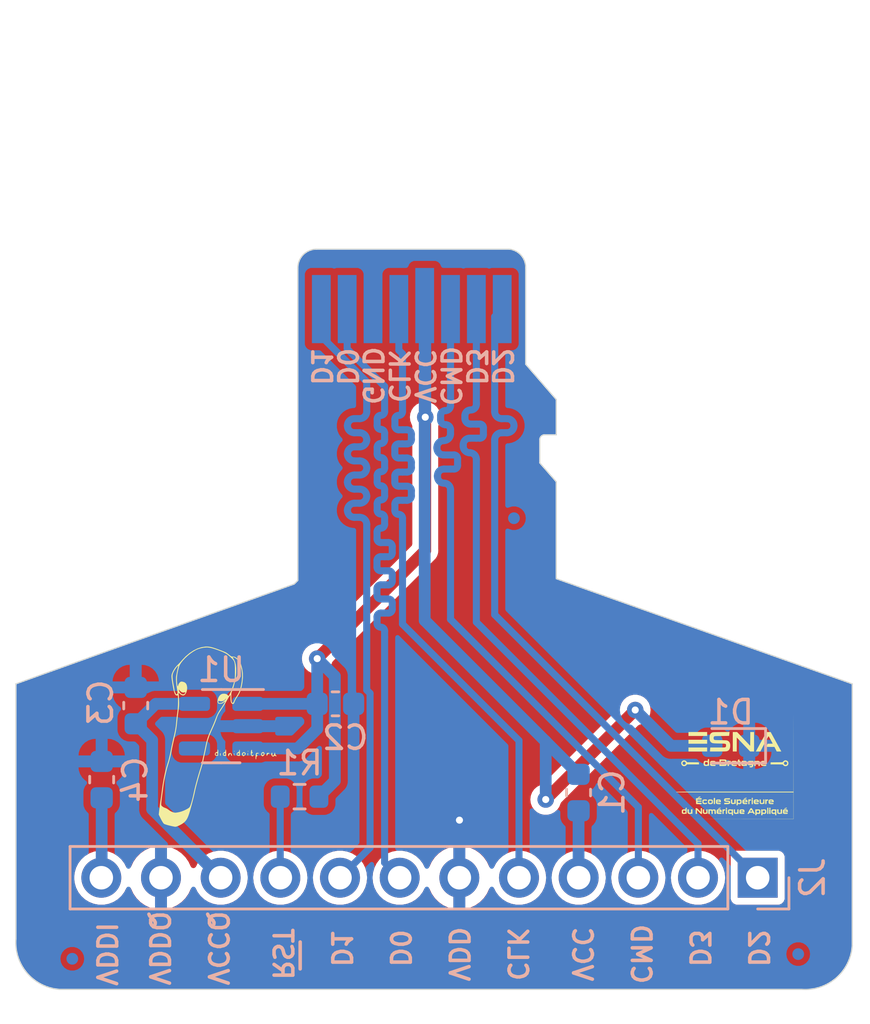
<source format=kicad_pcb>
(kicad_pcb (version 20221018) (generator pcbnew)
  (layers (0 "F.Cu" power) (31 "B.Cu" signal) (34 "B.Paste" user) (35 "F.Paste" user) (36 "B.SilkS" user "B.Silkscreen") (37 "F.SilkS" user "F.Silkscreen") (38 "B.Mask" user) (39 "F.Mask" user) (44 "Edge.Cuts" user))
  (net 0 "")
  (net 1 "GND")
  (net 2 "/VDDI")
  (net 3 "/VCC")
  (net 4 "/CMD")
  (net 5 "/DAT3")
  (net 6 "/CLK")
  (net 7 "/DAT0")
  (net 8 "/DAT1")
  (net 9 "/DAT2")
  (net 10 "/VCCQ")
  (net 11 "/!RST")
  (net 12 "Net-(J2-Pin_4)")
  (footprint "LOGO" (layer "F.Cu") (at 110 71.75)
    (fp_text reference "G***" hide)
    (fp_text value "LOGO" hide)
  )
  (footprint "LOGO" (layer "F.Cu") (at 132 72.75)
    (fp_text reference "G***" hide)
    (fp_text value "LOGO" hide)
  )
  (footprint "Fiducial:Fiducial_0.5mm_Mask1mm" (layer "B.Cu") (at 134.7 81)
    (fp_text reference "FID1" hide)
    (fp_text value "Fiducial")
    (pad "" smd circle (at 0 0) (size 0.5 0.5) (layers "B.Cu" "B.Mask") (clearance 0.25))
  )
  (footprint "Fiducial:Fiducial_0.5mm_Mask1mm" (layer "B.Cu") (at 103.8 81.2)
    (fp_text reference "FID2" hide)
    (fp_text value "Fiducial")
    (pad "" smd circle (at 0 0) (size 0.5 0.5) (layers "B.Cu" "B.Mask") (clearance 0.25))
  )
  (footprint "Fiducial:Fiducial_0.5mm_Mask1mm" (layer "B.Cu") (at 122.6 62.45)
    (fp_text reference "FID3" hide)
    (fp_text value "Fiducial")
    (pad "" smd circle (at 0 0) (size 0.5 0.5) (layers "B.Cu" "B.Mask") (clearance 0.25))
  )
  (footprint "Voltlog:microSD_card" (layer "B.Cu") (at 118.25 59.75 180)
    (fp_text reference "J1" hide)
    (fp_text value "Micro_SD_Card")
    (pad "1" smd rect (at -3.85 6.2 180) (size 0.8 2.9) (layers "B.Cu" "B.Mask") (net 9 "/DAT2"))
    (pad "2" smd rect (at -2.75 6.2 180) (size 0.8 2.9) (layers "B.Cu" "B.Mask") (net 5 "/DAT3"))
    (pad "3" smd rect (at -1.65 6.2 180) (size 0.8 2.9) (layers "B.Cu" "B.Mask") (net 4 "/CMD"))
    (pad "4" smd rect (at -0.55 6.35 180) (size 0.8 3.2) (layers "B.Cu" "B.Mask") (net 3 "/VCC"))
    (pad "5" smd rect (at 0.55 6.2 180) (size 0.8 2.9) (layers "B.Cu" "B.Mask") (net 6 "/CLK"))
    (pad "6" smd rect (at 1.65 6.35 180) (size 0.8 3.2) (layers "B.Cu" "B.Mask") (net 1 "GND"))
    (pad "7" smd rect (at 2.75 6.2 180) (size 0.8 2.9) (layers "B.Cu" "B.Mask") (net 7 "/DAT0"))
    (pad "8" smd rect (at 3.85 6.2 180) (size 0.8 2.9) (layers "B.Cu" "B.Mask") (net 8 "/DAT1"))
  )
  (footprint "Connector_PinHeader_2.54mm:PinHeader_1x12_P2.54mm_Vertical" (layer "B.Cu") (at 132.975 77.75 90)
    (fp_text reference "J2" (at 0 2.33 90) (layer "B.SilkS") (effects (justify mirror)))
    (fp_text value "Conn_01x12_Pin")
    (pad "1" thru_hole rect (at 0 0 90) (size 1.7 1.7) (drill 1) (layers "*.Cu" "*.Mask") (net 9 "/DAT2"))
    (pad "2" thru_hole oval (at 0 -2.54 90) (size 1.7 1.7) (drill 1) (layers "*.Cu" "*.Mask") (net 5 "/DAT3"))
    (pad "3" thru_hole oval (at 0 -5.08 90) (size 1.7 1.7) (drill 1) (layers "*.Cu" "*.Mask") (net 4 "/CMD"))
    (pad "4" thru_hole oval (at 0 -7.62 90) (size 1.7 1.7) (drill 1) (layers "*.Cu" "*.Mask") (net 12 "Net-(J2-Pin_4)"))
    (pad "5" thru_hole oval (at 0 -10.16 90) (size 1.7 1.7) (drill 1) (layers "*.Cu" "*.Mask") (net 6 "/CLK"))
    (pad "6" thru_hole oval (at 0 -12.7 90) (size 1.7 1.7) (drill 1) (layers "*.Cu" "*.Mask") (net 1 "GND"))
    (pad "7" thru_hole oval (at 0 -15.24 90) (size 1.7 1.7) (drill 1) (layers "*.Cu" "*.Mask") (net 7 "/DAT0"))
    (pad "8" thru_hole oval (at 0 -17.78 90) (size 1.7 1.7) (drill 1) (layers "*.Cu" "*.Mask") (net 8 "/DAT1"))
    (pad "9" thru_hole oval (at 0 -20.32 90) (size 1.7 1.7) (drill 1) (layers "*.Cu" "*.Mask") (net 11 "/!RST"))
    (pad "10" thru_hole oval (at 0 -22.86 90) (size 1.7 1.7) (drill 1) (layers "*.Cu" "*.Mask") (net 10 "/VCCQ"))
    (pad "11" thru_hole oval (at 0 -25.4 90) (size 1.7 1.7) (drill 1) (layers "*.Cu" "*.Mask") (net 1 "GND"))
    (pad "12" thru_hole oval (at 0 -27.94 90) (size 1.7 1.7) (drill 1) (layers "*.Cu" "*.Mask") (net 2 "/VDDI"))
  )
  (footprint "Capacitor_SMD:C_0603_1608Metric" (layer "B.Cu") (at 125.35 74.125 90)
    (fp_text reference "C1" (at 0 1.43 90) (layer "B.SilkS") (effects (justify mirror)))
    (fp_text value "10uF")
    (pad "1" smd roundrect (at -0.775 0 90) (size 0.9 0.95) (layers "B.Cu" "B.Paste" "B.Mask") (net 12 "Net-(J2-Pin_4)"))
    (pad "2" smd roundrect (at 0.775 0 90) (size 0.9 0.95) (layers "B.Cu" "B.Paste" "B.Mask") (net 3 "/VCC"))
  )
  (footprint "Resistor_SMD:R_0603_1608Metric" (layer "B.Cu") (at 113.475 74.3 180)
    (fp_text reference "R1" (at 0 1.43) (layer "B.SilkS") (effects (justify mirror)))
    (fp_text value "10k")
    (pad "1" smd roundrect (at -0.825 0 180) (size 0.8 0.95) (layers "B.Cu" "B.Paste" "B.Mask") (net 3 "/VCC"))
    (pad "2" smd roundrect (at 0.825 0 180) (size 0.8 0.95) (layers "B.Cu" "B.Paste" "B.Mask") (net 11 "/!RST"))
  )
  (footprint "Capacitor_SMD:C_0603_1608Metric" (layer "B.Cu") (at 115 70.35)
    (fp_text reference "C2" (at 0.42 1.44) (layer "B.SilkS") (effects (justify mirror)))
    (fp_text value "1uF")
    (pad "1" smd roundrect (at -0.775 0) (size 0.9 0.95) (layers "B.Cu" "B.Paste" "B.Mask") (net 3 "/VCC"))
    (pad "2" smd roundrect (at 0.775 0) (size 0.9 0.95) (layers "B.Cu" "B.Paste" "B.Mask") (net 1 "GND"))
  )
  (footprint "LED_SMD:LED_0603_1608Metric" (layer "B.Cu") (at 131.826 72.136 180)
    (fp_text reference "D1" (at 0 1.43) (layer "B.SilkS") (effects (justify mirror)))
    (fp_text value "Red LED")
    (pad "1" smd roundrect (at -0.7875 0 180) (size 0.875 0.95) (layers "B.Cu" "B.Paste" "B.Mask") (net 1 "GND"))
    (pad "2" smd roundrect (at 0.7875 0 180) (size 0.875 0.95) (layers "B.Cu" "B.Paste" "B.Mask") (net 3 "/VCC"))
  )
  (footprint "Capacitor_SMD:C_0603_1608Metric" (layer "B.Cu") (at 106.5 70.425 90)
    (fp_text reference "C3" (at 0.125 -1.49 90) (layer "B.SilkS") (effects (justify mirror)))
    (fp_text value "1uF")
    (pad "1" smd roundrect (at -0.775 0 90) (size 0.9 0.95) (layers "B.Cu" "B.Paste" "B.Mask") (net 10 "/VCCQ"))
    (pad "2" smd roundrect (at 0.775 0 90) (size 0.9 0.95) (layers "B.Cu" "B.Paste" "B.Mask") (net 1 "GND"))
  )
  (footprint "Capacitor_SMD:C_0603_1608Metric" (layer "B.Cu") (at 105.05 73.575 90)
    (fp_text reference "C4" (at 0 1.43 90) (layer "B.SilkS") (effects (justify mirror)))
    (fp_text value "1uF")
    (pad "1" smd roundrect (at -0.775 0 90) (size 0.9 0.95) (layers "B.Cu" "B.Paste" "B.Mask") (net 2 "/VDDI"))
    (pad "2" smd roundrect (at 0.775 0 90) (size 0.9 0.95) (layers "B.Cu" "B.Paste" "B.Mask") (net 1 "GND"))
  )
  (footprint "Package_TO_SOT_SMD:SOT-23-5" (layer "B.Cu") (at 110.1375 71.3 180)
    (fp_text reference "U1" (at 0 2.4) (layer "B.SilkS") (effects (justify mirror)))
    (fp_text value "TLV70218_SOT23-5")
    (pad "1" smd roundrect (at -1.1375 0.95 180) (size 1.325 0.6) (layers "B.Cu" "B.Paste" "B.Mask") (net 3 "/VCC"))
    (pad "2" smd roundrect (at -1.1375 0 180) (size 1.325 0.6) (layers "B.Cu" "B.Paste" "B.Mask") (net 1 "GND"))
    (pad "3" smd roundrect (at -1.1375 -0.95 180) (size 1.325 0.6) (layers "B.Cu" "B.Paste" "B.Mask") (net 3 "/VCC"))
    (pad "4" smd roundrect (at 1.1375 -0.95 180) (size 1.325 0.6) (layers "B.Cu" "B.Paste" "B.Mask"))
    (pad "5" smd roundrect (at 1.1375 0.95 180) (size 1.325 0.6) (layers "B.Cu" "B.Paste" "B.Mask") (net 10 "/VCCQ"))
  )
  (gr_arc (start 103.25 82.5) (mid 101.879721 81.808148) (end 101.4 80.350002) (stroke (width 0.05)) (layer "Edge.Cuts"))
  (gr_line (start 137 80.649999) (end 137.000001 69.5) (stroke (width 0.05)) (layer "Edge.Cuts"))
  (gr_line (start 137.000001 69.5) (end 124.4 65.024) (stroke (width 0.05)) (layer "Edge.Cuts"))
  (gr_line (start 113.4 65.1) (end 113.25 65.25) (stroke (width 0.05)) (layer "Edge.Cuts"))
  (gr_arc (start 122.399512 50.999795) (mid 122.905386 51.263661) (end 123.1 51.8) (stroke (width 0.05)) (layer "Edge.Cuts"))
  (gr_line (start 124.4 58.9) (end 124.4 57.4) (stroke (width 0.05)) (layer "Edge.Cuts"))
  (gr_line (start 101.4 80.350002) (end 101.4 69.5) (stroke (width 0.05)) (layer "Edge.Cuts"))
  (gr_line (start 113.40011 51.813269) (end 113.4 65.1) (stroke (width 0.05)) (layer "Edge.Cuts"))
  (gr_line (start 124.4 58.9) (end 123.9 58.9) (stroke (width 0.05)) (layer "Edge.Cuts"))
  (gr_arc (start 113.40011 51.813269) (mid 113.629643 51.239025) (end 114.2 51) (stroke (width 0.05)) (layer "Edge.Cuts"))
  (gr_line (start 124.4 60.9) (end 123.7 60.1) (stroke (width 0.05)) (layer "Edge.Cuts"))
  (gr_line (start 124.4 57.4) (end 123.1 55.9) (stroke (width 0.05)) (layer "Edge.Cuts"))
  (gr_line (start 124.4 65.024) (end 124.4 60.9) (stroke (width 0.05)) (layer "Edge.Cuts"))
  (gr_arc (start 123.7 59.1) (mid 123.758579 58.958579) (end 123.9 58.9) (stroke (width 0.05)) (layer "Edge.Cuts"))
  (gr_arc (start 137 80.649999) (mid 136.308149 82.020278) (end 134.850002 82.499999) (stroke (width 0.05)) (layer "Edge.Cuts"))
  (gr_line (start 114.2 51) (end 122.399489 51) (stroke (width 0.05)) (layer "Edge.Cuts"))
  (gr_line (start 134.850002 82.499999) (end 103.25 82.5) (stroke (width 0.05)) (layer "Edge.Cuts"))
  (gr_line (start 123.7 60.1) (end 123.7 59.1) (stroke (width 0.05)) (layer "Edge.Cuts"))
  (gr_line (start 101.4 69.5) (end 113.25 65.25) (stroke (width 0.05)) (layer "Edge.Cuts"))
  (gr_line (start 123.1 55.9) (end 123.1 51.8) (stroke (width 0.05)) (layer "Edge.Cuts"))
  (gr_text "D3" (at 121 56 270) (layer "B.SilkS") (effects (font (size 0.8 0.8)) (justify mirror)))
  (gr_text "CMD" (at 119.9 56.4 270) (layer "B.SilkS") (effects (font (size 0.8 0.8)) (justify mirror)))
  (gr_text "VCC" (at 118.8 56.4 270) (layer "B.SilkS") (effects (font (size 0.8 0.8)) (justify mirror)))
  (gr_text "CLK" (at 117.7 56.4 270) (layer "B.SilkS") (effects (font (size 0.8 0.8)) (justify mirror)))
  (gr_text "GND" (at 116.586 56.388 270) (layer "B.SilkS") (effects (font (size 0.8 0.8)) (justify mirror)))
  (gr_text "D0" (at 115.5 56 270) (layer "B.SilkS") (effects (font (size 0.8 0.8)) (justify mirror)))
  (gr_text "D1" (at 114.4 56 270) (layer "B.SilkS") (effects (font (size 0.8 0.8)) (justify mirror)))
  (gr_text "D2" (at 122.1 56 270) (layer "B.SilkS") (effects (font (size 0.8 0.8)) (justify mirror)))
  (gr_text "D0" (at 117.75 80.75 270) (layer "B.SilkS") (effects (font (size 0.8 0.8)) (justify mirror)))
  (gr_text "VDDI" (at 105.25 81 270) (layer "B.SilkS") (effects (font (size 0.8 0.8)) (justify mirror)))
  (gr_text "|" (at 113.5 81) (layer "B.SilkS") (effects (font (size 0.8 0.8)) (justify mirror)))
  (gr_text "VCC" (at 125.5 81 270) (layer "B.SilkS") (effects (font (size 0.8 0.8)) (justify mirror)))
  (gr_text "CLK" (at 122.75 81 270) (layer "B.SilkS") (effects (font (size 0.8 0.8)) (justify mirror)))
  (gr_text "VDD" (at 120.25 81 270) (layer "B.SilkS") (effects (font (size 0.8 0.8)) (justify mirror)))
  (gr_text "VCCQ" (at 110 80.75 270) (layer "B.SilkS") (effects (font (size 0.8 0.8)) (justify mirror)))
  (gr_text "RST" (at 112.75 81 270) (layer "B.SilkS") (effects (font (size 0.8 0.8)) (justify mirror)))
  (gr_text "D3" (at 130.5 80.75 270) (layer "B.SilkS") (effects (font (size 0.8 0.8)) (justify mirror)))
  (gr_text "D2" (at 133 80.75 270) (layer "B.SilkS") (effects (font (size 0.8 0.8)) (justify mirror)))
  (gr_text "VDDQ" (at 107.5 80.75 270) (layer "B.SilkS") (effects (font (size 0.8 0.8)) (justify mirror)))
  (gr_text "D1" (at 115.25 80.75 270) (layer "B.SilkS") (effects (font (size 0.8 0.8)) (justify mirror)))
  (gr_text "CMD" (at 128 81 270) (layer "B.SilkS") (effects (font (size 0.8 0.8)) (justify mirror)))
  (via (at 120.28 75.3) (size 0.7) (drill 0.3) (layers "F.Cu" "B.Cu") (net 1))
  (segment (start 120.275 75.305) (end 120.28 75.3) (width 0.3) (layer "B.Cu") (net 1))
  (segment (start 120.275 77.75) (end 120.275 75.305) (width 0.3) (layer "B.Cu") (net 1))
  (segment (start 105.05 74.35) (end 105.05 77.735) (width 0.5) (layer "B.Cu") (net 2))
  (segment (start 105.05 78.185) (end 105.035 78.2) (width 0.5) (layer "B.Cu") (net 2))
  (segment (start 123.952 74.422) (end 127.762 70.612) (width 0.5) (layer "F.Cu") (net 3))
  (segment (start 118.825 63.825) (end 118.825 58.15) (width 0.5) (layer "F.Cu") (net 3))
  (segment (start 114.225 68.425) (end 118.825 63.825) (width 0.5) (layer "F.Cu") (net 3))
  (via (at 118.825 58.15) (size 0.7) (drill 0.3) (layers "F.Cu" "B.Cu") (net 3))
  (via (at 123.952 74.422) (size 0.7) (drill 0.3) (layers "F.Cu" "B.Cu") (net 3))
  (via (at 114.225 68.425) (size 0.7) (drill 0.3) (layers "F.Cu" "B.Cu") (net 3))
  (via (at 127.762 70.612) (size 0.7) (drill 0.3) (layers "F.Cu" "B.Cu") (net 3))
  (segment (start 112.8 72.25) (end 113.38995 72.25) (width 0.5) (layer "B.Cu") (net 3))
  (segment (start 118.825 53.425) (end 118.8 53.4) (width 0.5) (layer "B.Cu") (net 3))
  (segment (start 114.225 70.35) (end 114.225 68.425) (width 0.5) (layer "B.Cu") (net 3))
  (segment (start 114.225 70.35) (end 111.65 70.35) (width 0.5) (layer "B.Cu") (net 3))
  (segment (start 129.286 72.136) (end 127.762 70.612) (width 0.5) (layer "B.Cu") (net 3))
  (segment (start 114.975 73.625) (end 114.3 74.3) (width 0.5) (layer "B.Cu") (net 3))
  (segment (start 125.35 73.35) (end 123.917 71.917) (width 0.5) (layer "B.Cu") (net 3))
  (segment (start 123.952 71.952) (end 123.952 74.422) (width 0.5) (layer "B.Cu") (net 3))
  (segment (start 114.225 68.425) (end 114.975 69.175) (width 0.5) (layer "B.Cu") (net 3))
  (segment (start 118.8 66.8) (end 118.8 53.4) (width 0.5) (layer "B.Cu") (net 3))
  (segment (start 114.225 71.41495) (end 113.38995 72.25) (width 0.5) (layer "B.Cu") (net 3))
  (segment (start 123.917 71.917) (end 123.952 71.952) (width 0.5) (layer "B.Cu") (net 3))
  (segment (start 123.917 71.917) (end 118.8 66.8) (width 0.5) (layer "B.Cu") (net 3))
  (segment (start 114.975 69.175) (end 114.975 73.625) (width 0.5) (layer "B.Cu") (net 3))
  (segment (start 114.225 70.35) (end 114.225 71.41495) (width 0.5) (layer "B.Cu") (net 3))
  (segment (start 111.65 72.25) (end 112.8 72.25) (width 0.5) (layer "B.Cu") (net 3))
  (segment (start 131.0385 72.136) (end 129.286 72.136) (width 0.5) (layer "B.Cu") (net 3))
  (segment (start 118.825 58.15) (end 118.825 53.425) (width 0.5) (layer "B.Cu") (net 3))
  (segment (start 119.477151 58.080848) (end 119.477151 58.258) (width 0.3) (layer "B.Cu") (net 4))
  (segment (start 119.9 53.55) (end 119.9 57.658) (width 0.3) (layer "B.Cu") (net 4))
  (segment (start 119.611425 59.758) (end 119.611426 59.758) (width 0.3) (layer "B.Cu") (net 4))
  (segment (start 119.9 66.753249) (end 127.895 74.748249) (width 0.3) (layer "B.Cu") (net 4))
  (segment (start 120.2 59.908) (end 120.2 60.208) (width 0.3) (layer "B.Cu") (net 4))
  (segment (start 119.345704 60.635148) (end 119.345704 60.680852) (width 0.3) (layer "B.Cu") (net 4))
  (segment (start 119.9 61.235148) (end 119.9 61.258) (width 0.3) (layer "B.Cu") (net 4))
  (segment (start 119.9 61.258) (end 119.9 66.753249) (width 0.3) (layer "B.Cu") (net 4))
  (segment (start 119.611426 59.758) (end 120.05 59.758) (width 0.3) (layer "B.Cu") (net 4))
  (segment (start 119.688575 58.469424) (end 119.688576 58.469424) (width 0.3) (layer "B.Cu") (net 4))
  (segment (start 119.611426 59.146574) (end 119.611425 59.146574) (width 0.3) (layer "B.Cu") (net 4))
  (segment (start 119.322851 59.435148) (end 119.322851 59.469426) (width 0.3) (layer "B.Cu") (net 4))
  (segment (start 119.9 60.358) (end 119.622852 60.358) (width 0.3) (layer "B.Cu") (net 4))
  (segment (start 127.895 74.748249) (end 127.895 77.75) (width 0.3) (layer "B.Cu") (net 4))
  (segment (start 119.688576 57.869424) (end 119.688575 57.869424) (width 0.3) (layer "B.Cu") (net 4))
  (segment (start 119.9 58.680848) (end 119.9 58.858) (width 0.3) (layer "B.Cu") (net 4))
  (segment (start 120.05 60.358) (end 119.9 60.358) (width 0.3) (layer "B.Cu") (net 4))
  (arc (start 119.345704 60.680852) (mid 119.426879 60.876825) (end 119.622852 60.958) (width 0.3) (layer "B.Cu") (net 4))
  (arc (start 119.622852 60.958) (mid 119.818825 61.039175) (end 119.9 61.235148) (width 0.3) (layer "B.Cu") (net 4))
  (arc (start 119.9 57.658) (mid 119.838075 57.807499) (end 119.688576 57.869424) (width 0.3) (layer "B.Cu") (net 4))
  (arc (start 119.622852 60.358) (mid 119.426879 60.439175) (end 119.345704 60.635148) (width 0.3) (layer "B.Cu") (net 4))
  (arc (start 120.05 59.758) (mid 120.156066 59.801934) (end 120.2 59.908) (width 0.3) (layer "B.Cu") (net 4))
  (arc (start 119.611425 59.146574) (mid 119.407372 59.231095) (end 119.322851 59.435148) (width 0.3) (layer "B.Cu") (net 4))
  (arc (start 119.477151 58.258) (mid 119.539076 58.407499) (end 119.688575 58.469424) (width 0.3) (layer "B.Cu") (net 4))
  (arc (start 119.688576 58.469424) (mid 119.838075 58.531349) (end 119.9 58.680848) (width 0.3) (layer "B.Cu") (net 4))
  (arc (start 119.688575 57.869424) (mid 119.539076 57.931349) (end 119.477151 58.080848) (width 0.3) (layer "B.Cu") (net 4))
  (arc (start 119.322851 59.469426) (mid 119.407372 59.673479) (end 119.611425 59.758) (width 0.3) (layer "B.Cu") (net 4))
  (arc (start 119.9 58.858) (mid 119.815479 59.062053) (end 119.611426 59.146574) (width 0.3) (layer "B.Cu") (net 4))
  (arc (start 120.2 60.208) (mid 120.156066 60.314066) (end 120.05 60.358) (width 0.3) (layer "B.Cu") (net 4))
  (segment (start 121 57.600092) (end 121 57.544) (width 0.3) (layer "B.Cu") (net 5))
  (segment (start 121 59.044) (end 121.15 59.044) (width 0.3) (layer "B.Cu") (net 5))
  (segment (start 120.512184 58.200092) (end 120.512184 58.087908) (width 0.3) (layer "B.Cu") (net 5))
  (segment (start 121.15 58.444) (end 121 58.444) (width 0.3) (layer "B.Cu") (net 5))
  (segment (start 121 57.544) (end 121 53.55) (width 0.3) (layer "B.Cu") (net 5))
  (segment (start 121 66.87) (end 121 59.944) (width 0.3) (layer "B.Cu") (net 5))
  (segment (start 121 58.444) (end 120.756092 58.444) (width 0.3) (layer "B.Cu") (net 5))
  (segment (start 130.435 76.305) (end 121 66.87) (width 0.3) (layer "B.Cu") (net 5))
  (segment (start 120.44026 59.38426) (end 120.44026 59.32387) (width 0.3) (layer "B.Cu") (net 5))
  (segment (start 130.435 77.75) (end 130.435 76.305) (width 0.3) (layer "B.Cu") (net 5))
  (segment (start 120.72013 59.044) (end 121 59.044) (width 0.3) (layer "B.Cu") (net 5))
  (segment (start 121.3 58.894) (end 121.3 58.594) (width 0.3) (layer "B.Cu") (net 5))
  (arc (start 121.15 59.044) (mid 121.256066 59.000066) (end 121.3 58.894) (width 0.3) (layer "B.Cu") (net 5))
  (arc (start 120.756092 57.844) (mid 120.928561 57.772561) (end 121 57.600092) (width 0.3) (layer "B.Cu") (net 5))
  (arc (start 121 59.944) (mid 120.918028 59.746102) (end 120.72013 59.66413) (width 0.3) (layer "B.Cu") (net 5))
  (arc (start 120.756092 58.444) (mid 120.583623 58.372561) (end 120.512184 58.200092) (width 0.3) (layer "B.Cu") (net 5))
  (arc (start 120.44026 59.32387) (mid 120.522232 59.125972) (end 120.72013 59.044) (width 0.3) (layer "B.Cu") (net 5))
  (arc (start 121.3 58.594) (mid 121.256066 58.487934) (end 121.15 58.444) (width 0.3) (layer "B.Cu") (net 5))
  (arc (start 120.72013 59.66413) (mid 120.522232 59.582158) (end 120.44026 59.38426) (width 0.3) (layer "B.Cu") (net 5))
  (arc (start 120.512184 58.087908) (mid 120.583623 57.915439) (end 120.756092 57.844) (width 0.3) (layer "B.Cu") (net 5))
  (segment (start 117.528976 59.450512) (end 117.528976 59.723488) (width 0.3) (layer "B.Cu") (net 6))
  (segment (start 117.692488 61.087) (end 117.856 61.087) (width 0.3) (layer "B.Cu") (net 6))
  (segment (start 117.856 59.287) (end 117.692488 59.287) (width 0.3) (layer "B.Cu") (net 6))
  (segment (start 118.044512 59.287) (end 117.856 59.287) (width 0.3) (layer "B.Cu") (net 6))
  (segment (start 117.7 53.55) (end 117.7 55.3) (width 0.3) (layer "B.Cu") (net 6))
  (segment (start 117.856 61.087) (end 118.044525 61.087) (width 0.3) (layer "B.Cu") (net 6))
  (segment (start 117.856 61.687) (end 117.694306 61.687) (width 0.3) (layer "B.Cu") (net 6))
  (segment (start 117.856 55.456) (end 117.856 57.912) (width 0.3) (layer "B.Cu") (net 6))
  (segment (start 117.856 62.448694) (end 117.856 62.712) (width 0.3) (layer "B.Cu") (net 6))
  (segment (start 118.044525 60.487) (end 117.856 60.487) (width 0.3) (layer "B.Cu") (net 6))
  (segment (start 117.532612 61.848694) (end 117.532612 62.125306) (width 0.3) (layer "B.Cu") (net 6))
  (segment (start 117.856 62.712) (end 117.856 66.956) (width 0.3) (layer "B.Cu") (net 6))
  (segment (start 117.856 66.956) (end 122.815 71.915) (width 0.3) (layer "B.Cu") (net 6))
  (segment (start 117.692488 59.887) (end 117.856 59.887) (width 0.3) (layer "B.Cu") (net 6))
  (segment (start 117.532612 58.235388) (end 117.532612 58.525306) (width 0.3) (layer "B.Cu") (net 6))
  (segment (start 117.528976 60.650512) (end 117.528976 60.923488) (width 0.3) (layer "B.Cu") (net 6))
  (segment (start 118.044525 61.687) (end 117.856 61.687) (width 0.3) (layer "B.Cu") (net 6))
  (segment (start 118.233024 58.875512) (end 118.233024 59.098488) (width 0.3) (layer "B.Cu") (net 6))
  (segment (start 118.233049 61.275524) (end 118.233049 61.498476) (width 0.3) (layer "B.Cu") (net 6))
  (segment (start 117.694306 58.687) (end 117.856 58.687) (width 0.3) (layer "B.Cu") (net 6))
  (segment (start 117.856 59.887) (end 118.044525 59.887) (width 0.3) (layer "B.Cu") (net 6))
  (segment (start 118.233049 60.075524) (end 118.233049 60.298476) (width 0.3) (layer "B.Cu") (net 6))
  (segment (start 117.856 58.687) (end 118.044512 58.687) (width 0.3) (layer "B.Cu") (net 6))
  (segment (start 117.7 55.3) (end 117.856 55.456) (width 0.3) (layer "B.Cu") (net 6))
  (segment (start 122.815 71.915) (end 122.815 77.75) (width 0.3) (layer "B.Cu") (net 6))
  (segment (start 117.856 60.487) (end 117.692488 60.487) (width 0.3) (layer "B.Cu") (net 6))
  (arc (start 117.694306 58.073694) (mid 117.579971 58.121053) (end 117.532612 58.235388) (width 0.3) (layer "B.Cu") (net 6))
  (arc (start 118.233049 60.298476) (mid 118.177832 60.431783) (end 118.044525 60.487) (width 0.3) (layer "B.Cu") (net 6))
  (arc (start 117.532612 62.125306) (mid 117.579971 62.239641) (end 117.694306 62.287) (width 0.3) (layer "B.Cu") (net 6))
  (arc (start 118.044525 59.887) (mid 118.177832 59.942217) (end 118.233049 60.075524) (width 0.3) (layer "B.Cu") (net 6))
  (arc (start 117.692488 60.487) (mid 117.576868 60.534892) (end 117.528976 60.650512) (width 0.3) (layer "B.Cu") (net 6))
  (arc (start 117.694306 62.287) (mid 117.808641 62.334359) (end 117.856 62.448694) (width 0.3) (layer "B.Cu") (net 6))
  (arc (start 118.233024 59.098488) (mid 118.17781 59.231786) (end 118.044512 59.287) (width 0.3) (layer "B.Cu") (net 6))
  (arc (start 117.528976 60.923488) (mid 117.576868 61.039108) (end 117.692488 61.087) (width 0.3) (layer "B.Cu") (net 6))
  (arc (start 118.044512 58.687) (mid 118.17781 58.742214) (end 118.233024 58.875512) (width 0.3) (layer "B.Cu") (net 6))
  (arc (start 118.233049 61.498476) (mid 118.177832 61.631783) (end 118.044525 61.687) (width 0.3) (layer "B.Cu") (net 6))
  (arc (start 117.692488 59.287) (mid 117.576868 59.334892) (end 117.528976 59.450512) (width 0.3) (layer "B.Cu") (net 6))
  (arc (start 117.532612 58.525306) (mid 117.579971 58.639641) (end 117.694306 58.687) (width 0.3) (layer "B.Cu") (net 6))
  (arc (start 118.044525 61.087) (mid 118.177832 61.142217) (end 118.233049 61.275524) (width 0.3) (layer "B.Cu") (net 6))
  (arc (start 117.694306 61.687) (mid 117.579971 61.734359) (end 117.532612 61.848694) (width 0.3) (layer "B.Cu") (net 6))
  (arc (start 117.856 57.912) (mid 117.808641 58.026335) (end 117.694306 58.073694) (width 0.3) (layer "B.Cu") (net 6))
  (arc (start 117.528976 59.723488) (mid 117.576868 59.839108) (end 117.692488 59.887) (width 0.3) (layer "B.Cu") (net 6))
  (segment (start 117.25678 66.487) (end 117.094 66.487) (width 0.3) (layer "B.Cu") (net 7))
  (segment (start 115.5 55.244314) (end 117.094 56.838314) (width 0.3) (layer "B.Cu") (net 7))
  (segment (start 117.094 65.287) (end 116.931207 65.287) (width 0.3) (layer "B.Cu") (net 7))
  (segment (start 117.41956 63.64978) (end 117.41956 63.92422) (width 0.3) (layer "B.Cu") (net 7))
  (segment (start 116.76844 64.24978) (end 116.76844 64.52422) (width 0.3) (layer "B.Cu") (net 7))
  (segment (start 117.094 67.512) (end 117.094 77.109) (width 0.3) (layer "B.Cu") (net 7))
  (segment (start 117.094 67.247864) (end 117.094 67.512) (width 0.3) (layer "B.Cu") (net 7))
  (segment (start 117.094 64.087) (end 116.93122 64.087) (width 0.3) (layer "B.Cu") (net 7))
  (segment (start 117.25678 64.087) (end 117.094 64.087) (width 0.3) (layer "B.Cu") (net 7))
  (segment (start 115.5 53.55) (end 115.5 55.244314) (width 0.3) (layer "B.Cu") (net 7))
  (segment (start 116.93122 64.687) (end 117.094 64.687) (width 0.3) (layer "B.Cu") (net 7))
  (segment (start 117.094 61.228406) (end 117.094 61.512) (width 0.3) (layer "B.Cu") (net 7))
  (segment (start 116.772272 66.647864) (end 116.772272 66.926136) (width 0.3) (layer "B.Cu") (net 7))
  (segment (start 117.094 65.887) (end 117.25678 65.887) (width 0.3) (layer "B.Cu") (net 7))
  (segment (start 116.768415 65.449792) (end 116.768415 65.724208) (width 0.3) (layer "B.Cu") (net 7))
  (segment (start 117.41956 66.04978) (end 117.41956 66.32422) (width 0.3) (layer "B.Cu") (net 7))
  (segment (start 116.777594 59.428406) (end 116.777594 59.712) (width 0.3) (layer "B.Cu") (net 7))
  (segment (start 117.094 62.428352) (end 117.094 62.712) (width 0.3) (layer "B.Cu") (net 7))
  (segment (start 116.777649 58.22835) (end 116.777649 58.512) (width 0.3) (layer "B.Cu") (net 7))
  (segment (start 117.094 64.687) (end 117.25678 64.687) (width 0.3) (layer "B.Cu") (net 7))
  (segment (start 117.094 66.487) (end 116.933136 66.487) (width 0.3) (layer "B.Cu") (net 7))
  (segment (start 116.933161 62.872839) (end 116.93316 62.872839) (width 0.3) (layer "B.Cu") (net 7))
  (segment (start 117.094 60.028406) (end 117.094 60.312) (width 0.3) (layer "B.Cu") (net 7))
  (segment (start 116.772321 63.033678) (end 116.772321 63.326161) (width 0.3) (layer "B.Cu") (net 7))
  (segment (start 116.93316 63.487) (end 116.933161 63.487) (width 0.3) (layer "B.Cu") (net 7))
  (segment (start 116.777594 60.628406) (end 116.777594 60.912) (width 0.3) (layer "B.Cu") (net 7))
  (segment (start 116.935825 58.070175) (end 116.935824 58.070175) (width 0.3) (layer "B.Cu") (net 7))
  (segment (start 116.935824 58.670175) (end 116.935825 58.670175) (width 0.3) (layer "B.Cu") (net 7))
  (segment (start 116.777648 61.828352) (end 116.777648 62.112) (width 0.3) (layer "B.Cu") (net 7))
  (segment (start 116.931207 65.887) (end 117.094 65.887) (width 0.3) (layer "B.Cu") (net 7))
  (segment (start 116.933161 63.487) (end 117.25678 63.487) (width 0.3) (layer "B.Cu") (net 7))
  (segment (start 117.094 58.82835) (end 117.094 59.112) (width 0.3) (layer "B.Cu") (net 7))
  (segment (start 117.094 56.838314) (end 117.094 57.912) (width 0.3) (layer "B.Cu") (net 7))
  (segment (start 117.25678 65.287) (end 117.094 65.287) (width 0.3) (layer "B.Cu") (net 7))
  (segment (start 117.094 77.109) (end 117.735 77.75) (width 0.3) (layer "B.Cu") (net 7))
  (segment (start 117.41956 64.84978) (end 117.41956 65.12422) (width 0.3) (layer "B.Cu") (net 7))
  (arc (start 116.772321 63.326161) (mid 116.81943 63.439891) (end 116.93316 63.487) (width 0.3) (layer "B.Cu") (net 7))
  (arc (start 116.935824 58.070175) (mid 116.823977 58.116503) (end 116.777649 58.22835) (width 0.3) (layer "B.Cu") (net 7))
  (arc (start 117.094 57.912) (mid 117.047672 58.023847) (end 116.935825 58.070175) (width 0.3) (layer "B.Cu") (net 7))
  (arc (start 116.933136 66.487) (mid 116.819388 66.534116) (end 116.772272 66.647864) (width 0.3) (layer "B.Cu") (net 7))
  (arc (start 116.935797 60.470203) (mid 116.823931 60.51654) (end 116.777594 60.628406) (width 0.3) (layer "B.Cu") (net 7))
  (arc (start 117.094 61.512) (mid 117.047671 61.623847) (end 116.935824 61.670176) (width 0.3) (layer "B.Cu") (net 7))
  (arc (start 116.777648 62.112) (mid 116.823977 62.223847) (end 116.935824 62.270176) (width 0.3) (layer "B.Cu") (net 7))
  (arc (start 116.777594 59.712) (mid 116.823931 59.823866) (end 116.935797 59.870203) (width 0.3) (layer "B.Cu") (net 7))
  (arc (start 116.777649 58.512) (mid 116.823977 58.623847) (end 116.935824 58.670175) (width 0.3) (layer "B.Cu") (net 7))
  (arc (start 117.094 59.112) (mid 117.047663 59.223866) (end 116.935797 59.270203) (width 0.3) (layer "B.Cu") (net 7))
  (arc (start 116.772272 66.926136) (mid 116.819388 67.039884) (end 116.933136 67.087) (width 0.3) (layer "B.Cu") (net 7))
  (arc (start 116.935797 59.870203) (mid 117.047663 59.91654) (end 117.094 60.028406) (width 0.3) (layer "B.Cu") (net 7))
  (arc (start 116.933136 67.087) (mid 117.046884 67.134116) (end 117.094 67.247864) (width 0.3) (layer "B.Cu") (net 7))
  (arc (start 117.41956 66.32422) (mid 117.371883 66.439323) (end 117.25678 66.487) (width 0.3) (layer "B.Cu") (net 7))
  (arc (start 116.777594 60.912) (mid 116.823931 61.023866) (end 116.935797 61.070203) (width 0.3) (layer "B.Cu") (net 7))
  (arc (start 117.41956 63.92422) (mid 117.371883 64.039323) (end 117.25678 64.087) (width 0.3) (layer "B.Cu") (net 7))
  (arc (start 116.935824 62.270176) (mid 117.047671 62.316505) (end 117.094 62.428352) (width 0.3) (layer "B.Cu") (net 7))
  (arc (start 116.93316 62.872839) (mid 116.81943 62.919948) (end 116.772321 63.033678) (width 0.3) (layer "B.Cu") (net 7))
  (arc (start 116.935824 61.670176) (mid 116.823977 61.716505) (end 116.777648 61.828352) (width 0.3) (layer "B.Cu") (net 7))
  (arc (start 117.25678 65.887) (mid 117.371883 65.934677) (end 117.41956 66.04978) (width 0.3) (layer "B.Cu") (net 7))
  (arc (start 117.094 60.312) (mid 117.047663 60.423866) (end 116.935797 60.470203) (width 0.3) (layer "B.Cu") (net 7))
  (arc (start 116.931207 65.287) (mid 116.816096 65.334681) (end 116.768415 65.449792) (width 0.3) (layer "B.Cu") (net 7))
  (arc (start 117.25678 64.687) (mid 117.371883 64.734677) (end 117.41956 64.84978) (width 0.3) (layer "B.Cu") (net 7))
  (arc (start 116.76844 64.52422) (mid 116.816117 64.639323) (end 116.93122 64.687) (width 0.3) (layer "B.Cu") (net 7))
  (arc (start 117.41956 65.12422) (mid 117.371883 65.239323) (end 117.25678 65.287) (width 0.3) (layer "B.Cu") (net 7))
  (arc (start 116.935797 59.270203) (mid 116.823931 59.31654) (end 116.777594 59.428406) (width 0.3) (layer "B.Cu") (net 7))
  (arc (start 116.93122 64.087) (mid 116.816117 64.134677) (end 116.76844 64.24978) (width 0.3) (layer "B.Cu") (net 7))
  (arc (start 116.935797 61.070203) (mid 117.047663 61.11654) (end 117.094 61.228406) (width 0.3) (layer "B.Cu") (net 7))
  (arc (start 117.25678 63.487) (mid 117.371883 63.534677) (end 117.41956 63.64978) (width 0.3) (layer "B.Cu") (net 7))
  (arc (start 116.768415 65.724208) (mid 116.816096 65.839319) (end 116.931207 65.887) (width 0.3) (layer "B.Cu") (net 7))
  (arc (start 116.935825 58.670175) (mid 117.047672 58.716503) (end 117.094 58.82835) (width 0.3) (layer "B.Cu") (net 7))
  (arc (start 117.094 62.712) (mid 117.046891 62.82573) (end 116.933161 62.872839) (width 0.3) (layer "B.Cu") (net 7))
  (segment (start 116.332 62.712) (end 116.332 62.949209) (width 0.3) (layer "B.Cu") (net 8))
  (segment (start 116.332 69.760249) (end 116.475 69.903249) (width 0.3) (layer "B.Cu") (net 8))
  (segment (start 115.81175 62.412) (end 116.032 62.412) (width 0.3) (layer "B.Cu") (net 8))
  (segment (start 116.032 58.212) (end 115.811755 58.212) (width 0.3) (layer "B.Cu") (net 8))
  (segment (start 114.4 53.55) (end 114.4 54.71) (width 0.3) (layer "B.Cu") (net 8))
  (segment (start 114.4 54.71) (end 116.332 56.642) (width 0.3) (layer "B.Cu") (net 8))
  (segment (start 116.475 76.47) (end 115.195 77.75) (width 0.3) (layer "B.Cu") (net 8))
  (segment (start 116.032 61.812) (end 115.81175 61.812) (width 0.3) (layer "B.Cu") (net 8))
  (segment (start 116.032 60.612) (end 115.811755 60.612) (width 0.3) (layer "B.Cu") (net 8))
  (segment (start 115.811755 61.212) (end 116.032 61.212) (width 0.3) (layer "B.Cu") (net 8))
  (segment (start 115.811755 60.012) (end 116.032 60.012) (width 0.3) (layer "B.Cu") (net 8))
  (segment (start 116.475 69.903249) (end 116.475 76.47) (width 0.3) (layer "B.Cu") (net 8))
  (segment (start 115.811755 58.812) (end 116.032 58.812) (width 0.3) (layer "B.Cu") (net 8))
  (segment (start 116.332 62.949209) (end 116.332 69.760249) (width 0.3) (layer "B.Cu") (net 8))
  (segment (start 116.032 59.412) (end 115.811755 59.412) (width 0.3) (layer "B.Cu") (net 8))
  (segment (start 116.332 56.642) (end 116.332 57.912) (width 0.3) (layer "B.Cu") (net 8))
  (arc (start 116.032 58.812) (mid 116.244132 58.899868) (end 116.332 59.112) (width 0.3) (layer "B.Cu") (net 8))
  (arc (start 115.51175 62.112) (mid 115.599618 62.324132) (end 115.81175 62.412) (width 0.3) (layer "B.Cu") (net 8))
  (arc (start 115.811755 58.212) (mid 115.599623 58.299868) (end 115.511755 58.512) (width 0.3) (layer "B.Cu") (net 8))
  (arc (start 115.511755 58.512) (mid 115.599623 58.724132) (end 115.811755 58.812) (width 0.3) (layer "B.Cu") (net 8))
  (arc (start 115.511755 60.912) (mid 115.599623 61.124132) (end 115.811755 61.212) (width 0.3) (layer "B.Cu") (net 8))
  (arc (start 116.332 60.312) (mid 116.244132 60.524132) (end 116.032 60.612) (width 0.3) (layer "B.Cu") (net 8))
  (arc (start 116.032 60.012) (mid 116.244132 60.099868) (end 116.332 60.312) (width 0.3) (layer "B.Cu") (net 8))
  (arc (start 116.032 61.212) (mid 116.244132 61.299868) (end 116.332 61.512) (width 0.3) (layer "B.Cu") (net 8))
  (arc (start 115.811755 59.412) (mid 115.599623 59.499868) (end 115.511755 59.712) (width 0.3) (layer "B.Cu") (net 8))
  (arc (start 116.332 57.912) (mid 116.244132 58.124132) (end 116.032 58.212) (width 0.3) (layer "B.Cu") (net 8))
  (arc (start 116.332 61.512) (mid 116.244132 61.724132) (end 116.032 61.812) (width 0.3) (layer "B.Cu") (net 8))
  (arc (start 115.81175 61.812) (mid 115.599618 61.899868) (end 115.51175 62.112) (width 0.3) (layer "B.Cu") (net 8))
  (arc (start 116.332 59.112) (mid 116.244132 59.324132) (end 116.032 59.412) (width 0.3) (layer "B.Cu") (net 8))
  (arc (start 116.032 62.412) (mid 116.244132 62.499868) (end 116.332 62.712) (width 0.3) (layer "B.Cu") (net 8))
  (arc (start 115.811755 60.612) (mid 115.599623 60.699868) (end 115.511755 60.912) (width 0.3) (layer "B.Cu") (net 8))
  (arc (start 115.511755 59.712) (mid 115.599623 59.924132) (end 115.811755 60.012) (width 0.3) (layer "B.Cu") (net 8))
  (segment (start 122.08 58.212) (end 122.301516 58.212) (width 0.3) (layer "B.Cu") (net 9))
  (segment (start 121.78 59.112) (end 121.78 59.2159) (width 0.3) (layer "B.Cu") (net 9))
  (segment (start 122.301516 58.812) (end 122.08 58.812) (width 0.3) (layer "B.Cu") (net 9))
  (segment (start 121.78 53.87) (end 121.78 57.912) (width 0.3) (layer "B.Cu") (net 9))
  (segment (start 121.78 66.555) (end 132.975 77.75) (width 0.3) (layer "B.Cu") (net 9))
  (segment (start 122.1 53.55) (end 121.78 53.87) (width 0.3) (layer "B.Cu") (net 9))
  (segment (start 121.78 59.2159) (end 121.78 66.555) (width 0.3) (layer "B.Cu") (net 9))
  (arc (start 122.301516 58.212) (mid 122.513648 58.299868) (end 122.601516 58.512) (width 0.3) (layer "B.Cu") (net 9))
  (arc (start 122.601516 58.512) (mid 122.513648 58.724132) (end 122.301516 58.812) (width 0.3) (layer "B.Cu") (net 9))
  (arc (start 121.78 57.912) (mid 121.867868 58.124132) (end 122.08 58.212) (width 0.3) (layer "B.Cu") (net 9))
  (arc (start 122.08 58.812) (mid 121.867868 58.899868) (end 121.78 59.112) (width 0.3) (layer "B.Cu") (net 9))
  (segment (start 106.5 71.2) (end 107.2 71.9) (width 0.5) (layer "B.Cu") (net 10))
  (segment (start 107.35 70.35) (end 106.5 71.2) (width 0.5) (layer "B.Cu") (net 10))
  (segment (start 107.2 74.835) (end 110.115 77.75) (width 0.5) (layer "B.Cu") (net 10))
  (segment (start 108.95 70.35) (end 107.35 70.35) (width 0.5) (layer "B.Cu") (net 10))
  (segment (start 107.2 71.9) (end 107.2 74.835) (width 0.5) (layer "B.Cu") (net 10))
  (segment (start 112.65 78.195) (end 112.655 78.2) (width 0.3) (layer "B.Cu") (net 11))
  (segment (start 112.65 77.745) (end 112.655 77.75) (width 0.3) (layer "B.Cu") (net 11))
  (segment (start 112.65 74.3) (end 112.65 77.745) (width 0.3) (layer "B.Cu") (net 11))
  (segment (start 125.35 77.745) (end 125.355 77.75) (width 0.5) (layer "B.Cu") (net 12))
  (segment (start 125.375 77.73) (end 125.355 77.75) (width 0.5) (layer "B.Cu") (net 12))
  (segment (start 125.35 74.9) (end 125.35 77.745) (width 0.5) (layer "B.Cu") (net 12))
  (zone (net 1) (net_name "GND") (layer "F.Cu") (connect_pads (clearance 0.3)) (min_thickness 0.25) (fill yes (thermal_gap 0.5) (thermal_bridge_width 0.5))
    (polygon (pts (xy 113.480584 65) (xy 100.880584 69.5) (xy 100.880584 82.5) (xy 137.680584 82.5) (xy 137.680584 69.5) (xy 125 64.9) (xy 124.980584 51) (xy 113.480584 51)))
  )
  (zone (net 1) (net_name "GND") (layer "B.Cu") (connect_pads (clearance 0.3)) (min_thickness 0.2) (fill yes (thermal_gap 0.508) (thermal_bridge_width 0.508) (island_removal_mode 1) (island_area_min 10))
    (polygon (pts (xy 124.4 64.9) (xy 137 69.5) (xy 137 82.5) (xy 101.4 82.5) (xy 101.4 69.5) (xy 113 65.3) (xy 113 51) (xy 124.5 51)))
  )
  (zone (net 0) (net_name "") (layer "B.Cu") (connect_pads (clearance 0)) (min_thickness 0.25)
    (keepout (tracks allowed) (vias allowed) (pads allowed) (copperpour not_allowed) (footprints allowed))
    (fill (thermal_gap 0.5) (thermal_bridge_width 0.5))
    (polygon (pts (xy 120.28 55.23) (xy 120.71 55.23) (xy 120.7 66.73) (xy 120.24 66.74)))
  )
  (zone (net 0) (net_name "") (layer "B.Cu") (connect_pads (clearance 0)) (min_thickness 0.25)
    (keepout (tracks allowed) (vias allowed) (pads allowed) (copperpour not_allowed) (footprints allowed))
    (fill (thermal_gap 0.5) (thermal_bridge_width 0.5))
    (polygon (pts (xy 116.078 54.864) (xy 117.094 54.864) (xy 117.602 55.88) (xy 117.348 56.642) (xy 116.078 55.372)))
  )
  (zone (net 0) (net_name "") (layer "B.Cu") (connect_pads (clearance 0)) (min_thickness 0.25)
    (keepout (tracks allowed) (vias allowed) (pads allowed) (copperpour not_allowed) (footprints allowed))
    (fill (thermal_gap 0.5) (thermal_bridge_width 0.5))
    (polygon (pts (xy 130.81 76.454) (xy 131.064 76.2) (xy 131.572 76.708) (xy 131.318 76.962) (xy 130.81 76.708)))
  )
  (zone (net 0) (net_name "") (layer "B.Cu") (connect_pads (clearance 0)) (min_thickness 0.25)
    (keepout (tracks allowed) (vias not_allowed) (pads allowed) (copperpour not_allowed) (footprints allowed))
    (fill (thermal_gap 0.5) (thermal_bridge_width 0.5))
    (polygon (pts (xy 124.46 73.66) (xy 124.968 73.914) (xy 124.968 74.422) (xy 124.46 74.422)))
  )
)
</source>
